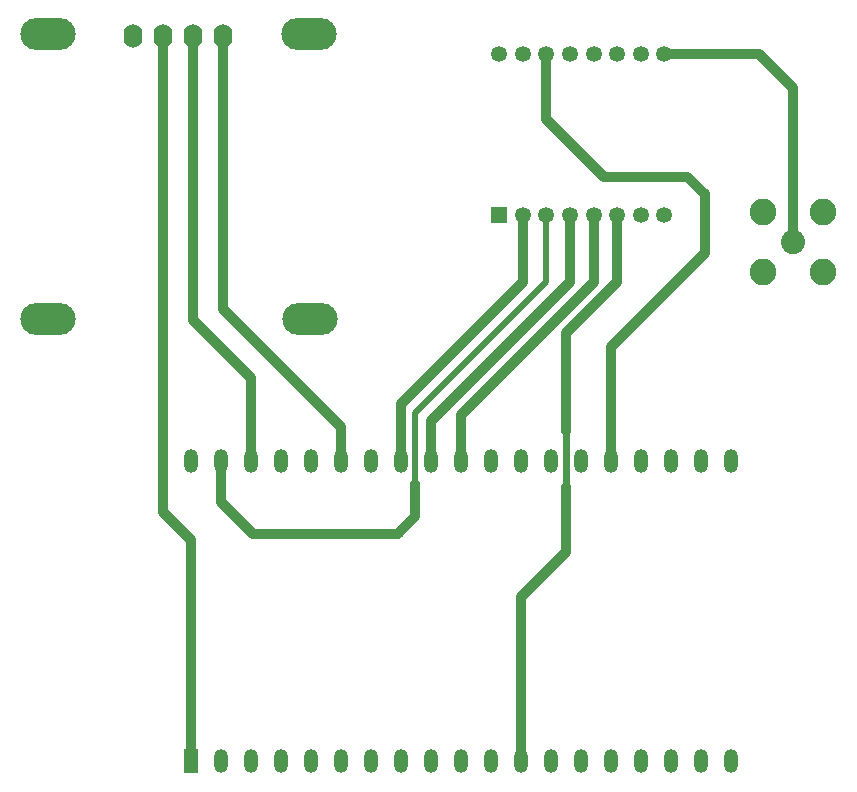
<source format=gbr>
%TF.GenerationSoftware,KiCad,Pcbnew,6.0.7+dfsg-1build1*%
%TF.CreationDate,2023-02-23T20:09:55+01:00*%
%TF.ProjectId,mqtt_bridge,6d717474-5f62-4726-9964-67652e6b6963,rev?*%
%TF.SameCoordinates,Original*%
%TF.FileFunction,Copper,L2,Bot*%
%TF.FilePolarity,Positive*%
%FSLAX46Y46*%
G04 Gerber Fmt 4.6, Leading zero omitted, Abs format (unit mm)*
G04 Created by KiCad (PCBNEW 6.0.7+dfsg-1build1) date 2023-02-23 20:09:55*
%MOMM*%
%LPD*%
G01*
G04 APERTURE LIST*
%TA.AperFunction,ComponentPad*%
%ADD10O,1.600000X2.000000*%
%TD*%
%TA.AperFunction,ComponentPad*%
%ADD11O,4.680000X2.690000*%
%TD*%
%TA.AperFunction,ComponentPad*%
%ADD12C,2.050000*%
%TD*%
%TA.AperFunction,ComponentPad*%
%ADD13C,2.250000*%
%TD*%
%TA.AperFunction,ComponentPad*%
%ADD14R,1.200000X2.000000*%
%TD*%
%TA.AperFunction,ComponentPad*%
%ADD15O,1.200000X2.000000*%
%TD*%
%TA.AperFunction,ComponentPad*%
%ADD16R,1.350000X1.350000*%
%TD*%
%TA.AperFunction,ComponentPad*%
%ADD17C,1.350000*%
%TD*%
%TA.AperFunction,Conductor*%
%ADD18C,0.812800*%
%TD*%
%TA.AperFunction,Conductor*%
%ADD19C,0.508000*%
%TD*%
%TA.AperFunction,Conductor*%
%ADD20C,0.609600*%
%TD*%
G04 APERTURE END LIST*
D10*
%TO.P,Display,4,SDA*%
%TO.N,SDA*%
X98200000Y-29550000D03*
%TO.P,Display,3,SCL*%
%TO.N,SCL*%
X95660000Y-29550000D03*
%TO.P,Display,2,VCC*%
%TO.N,+3.3V*%
X93120000Y-29550000D03*
%TO.P,Display,1,GND*%
%TO.N,GND*%
X90580000Y-29550000D03*
D11*
%TO.P,Display,*%
%TO.N,*%
X83400000Y-29450000D03*
X83400000Y-53550000D03*
X105600000Y-53550000D03*
X105500000Y-29450000D03*
%TD*%
D12*
%TO.P,ANT,1,In*%
%TO.N,Net-(J1-Pad1)*%
X146500000Y-47000000D03*
D13*
%TO.P,ANT,2,Ext*%
%TO.N,GND*%
X143960000Y-44460000D03*
X149040000Y-44460000D03*
X149040000Y-49540000D03*
X143960000Y-49540000D03*
%TD*%
D14*
%TO.P,U2,1,3V3*%
%TO.N,+3.3V*%
X95500000Y-91000000D03*
D15*
%TO.P,U2,2,CHIP_PU*%
%TO.N,unconnected-(U2-Pad2)*%
X98040000Y-91000000D03*
%TO.P,U2,3,SENSOR_VP/GPIO36/ADC1_CH0*%
%TO.N,unconnected-(U2-Pad3)*%
X100580000Y-91000000D03*
%TO.P,U2,4,SENSOR_VN/GPIO39/ADC1_CH3*%
%TO.N,unconnected-(U2-Pad4)*%
X103120000Y-91000000D03*
%TO.P,U2,5,VDET_1/GPIO34/ADC1_CH6*%
%TO.N,unconnected-(U2-Pad5)*%
X105660000Y-91000000D03*
%TO.P,U2,6,VDET_2/GPIO35/ADC1_CH7*%
%TO.N,unconnected-(U2-Pad6)*%
X108200000Y-91000000D03*
%TO.P,U2,7,32K_XP/GPIO32/ADC1_CH4*%
%TO.N,unconnected-(U2-Pad7)*%
X110740000Y-91000000D03*
%TO.P,U2,8,32K_XN/GPIO33/ADC1_CH5*%
%TO.N,unconnected-(U2-Pad8)*%
X113280000Y-91000000D03*
%TO.P,U2,9,DAC_1/ADC2_CH8/GPIO25*%
%TO.N,unconnected-(U2-Pad9)*%
X115820000Y-91000000D03*
%TO.P,U2,10,DAC_2/ADC2_CH9/GPIO26*%
%TO.N,unconnected-(U2-Pad10)*%
X118360000Y-91000000D03*
%TO.P,U2,11,ADC2_CH7/GPIO27*%
%TO.N,unconnected-(U2-Pad11)*%
X120900000Y-91000000D03*
%TO.P,U2,12,MTMS/GPIO14/ADC2_CH6*%
%TO.N,Net-(U1-Pad6)*%
X123440000Y-91000000D03*
%TO.P,U2,13,\u002AMTDI/GPIO12/ADC2_CH5*%
%TO.N,unconnected-(U2-Pad13)*%
X125980000Y-91000000D03*
%TO.P,U2,14,GND*%
%TO.N,GND*%
X128520000Y-91000000D03*
%TO.P,U2,15,MTCK/GPIO13/ADC2_CH4*%
%TO.N,unconnected-(U2-Pad15)*%
X131060000Y-91000000D03*
%TO.P,U2,16,SD_DATA2/GPIO9*%
%TO.N,unconnected-(U2-Pad16)*%
X133600000Y-91000000D03*
%TO.P,U2,17,SD_DATA3/GPIO10*%
%TO.N,unconnected-(U2-Pad17)*%
X136140000Y-91000000D03*
%TO.P,U2,18,CMD*%
%TO.N,unconnected-(U2-Pad18)*%
X138680000Y-91000000D03*
%TO.P,U2,19,5V*%
%TO.N,unconnected-(U2-Pad19)*%
X141220000Y-91000000D03*
%TO.P,U2,20,SD_CLK/GPIO6*%
%TO.N,unconnected-(U2-Pad20)*%
X141217280Y-65603680D03*
%TO.P,U2,21,SD_DATA0/GPIO7*%
%TO.N,unconnected-(U2-Pad21)*%
X138677280Y-65603680D03*
%TO.P,U2,22,SD_DATA1/GPIO8*%
%TO.N,unconnected-(U2-Pad22)*%
X136140000Y-65600000D03*
%TO.P,U2,23,\u002AMTDO/GPIO15/ADC2_CH3*%
%TO.N,unconnected-(U2-Pad23)*%
X133600000Y-65600000D03*
%TO.P,U2,24,ADC2_CH2/\u002AGPIO2*%
%TO.N,DI0*%
X131060000Y-65600000D03*
%TO.P,U2,25,\u002AGPIO0/BOOT/ADC2_CH1*%
%TO.N,unconnected-(U2-Pad25)*%
X128520000Y-65600000D03*
%TO.P,U2,26,ADC2_CH0/GPIO4*%
%TO.N,unconnected-(U2-Pad26)*%
X125980000Y-65600000D03*
%TO.P,U2,27,GPIO16*%
%TO.N,unconnected-(U2-Pad27)*%
X123440000Y-65600000D03*
%TO.P,U2,28,GPIO17*%
%TO.N,unconnected-(U2-Pad28)*%
X120900000Y-65600000D03*
%TO.P,U2,29,\u002AGPIO5*%
%TO.N,NSS*%
X118360000Y-65600000D03*
%TO.P,U2,30,GPIO18*%
%TO.N,CLK*%
X115820000Y-65600000D03*
%TO.P,U2,31,GPIO19*%
%TO.N,MISO*%
X113280000Y-65600000D03*
%TO.P,U2,32,GND*%
%TO.N,GND*%
X110740000Y-65600000D03*
%TO.P,U2,33,GPIO21*%
%TO.N,SDA*%
X108200000Y-65600000D03*
%TO.P,U2,34,U0RXD/GPIO3*%
%TO.N,unconnected-(U2-Pad34)*%
X105660000Y-65600000D03*
%TO.P,U2,35,U0TXD/GPIO1*%
%TO.N,unconnected-(U2-Pad35)*%
X103120000Y-65600000D03*
%TO.P,U2,36,GPIO22*%
%TO.N,SCL*%
X100580000Y-65600000D03*
%TO.P,U2,37,GPIO23*%
%TO.N,MOSI*%
X98040000Y-65600000D03*
%TO.P,U2,38,GND*%
%TO.N,GND*%
X95500000Y-65600000D03*
%TD*%
D16*
%TO.P,U1,1,GND*%
%TO.N,GND*%
X121592500Y-44707500D03*
D17*
%TO.P,U1,2,MISO*%
%TO.N,MISO*%
X123592500Y-44707500D03*
%TO.P,U1,3,MOSI*%
%TO.N,MOSI*%
X125592500Y-44707500D03*
%TO.P,U1,4,SCK*%
%TO.N,CLK*%
X127592500Y-44707500D03*
%TO.P,U1,5,NSS*%
%TO.N,NSS*%
X129592500Y-44707500D03*
%TO.P,U1,6,RESET*%
%TO.N,Net-(U1-Pad6)*%
X131592500Y-44707500D03*
%TO.P,U1,7,DIO5*%
%TO.N,unconnected-(U1-Pad7)*%
X133592500Y-44707500D03*
%TO.P,U1,8,GND*%
%TO.N,GND*%
X135592500Y-44707500D03*
%TO.P,U1,9,ANT*%
%TO.N,Net-(J1-Pad1)*%
X135592500Y-31107500D03*
%TO.P,U1,10,GND*%
%TO.N,GND*%
X133592500Y-31107500D03*
%TO.P,U1,11,DIO3*%
%TO.N,unconnected-(U1-Pad11)*%
X131592500Y-31107500D03*
%TO.P,U1,12,DIO4*%
%TO.N,unconnected-(U1-Pad12)*%
X129592500Y-31107500D03*
%TO.P,U1,13,3.3V*%
%TO.N,+3.3V*%
X127592500Y-31107500D03*
%TO.P,U1,14,DIO0*%
%TO.N,DI0*%
X125592500Y-31107500D03*
%TO.P,U1,15,DIO1*%
%TO.N,unconnected-(U1-Pad15)*%
X123592500Y-31107500D03*
%TO.P,U1,16,DIO2*%
%TO.N,unconnected-(U1-Pad16)*%
X121592500Y-31107500D03*
%TD*%
D18*
%TO.N,+3.3V*%
X93120000Y-29550000D02*
X93120000Y-69870000D01*
X95500000Y-72250000D02*
X93120000Y-69870000D01*
X95500000Y-91000000D02*
X95500000Y-72250000D01*
%TO.N,MISO*%
X113280000Y-60720000D02*
X113280000Y-65600000D01*
X123592500Y-50407500D02*
X113280000Y-60720000D01*
X123592500Y-44707500D02*
X123592500Y-50407500D01*
%TO.N,MOSI*%
X98040000Y-65600000D02*
X98040000Y-69040000D01*
X114500000Y-70250000D02*
X114500000Y-67500000D01*
D19*
X125592500Y-44707500D02*
X125592500Y-50407500D01*
D18*
X98040000Y-69040000D02*
X100750000Y-71750000D01*
X100750000Y-71750000D02*
X113000000Y-71750000D01*
D19*
X114500000Y-61500000D02*
X115500000Y-60500000D01*
D18*
X113000000Y-71750000D02*
X114500000Y-70250000D01*
D19*
X125592500Y-50407500D02*
X115500000Y-60500000D01*
X114500000Y-67500000D02*
X114500000Y-61500000D01*
D18*
%TO.N,CLK*%
X127592500Y-44707500D02*
X127592500Y-50407500D01*
X115820000Y-62180000D02*
X115820000Y-65600000D01*
X127592500Y-50407500D02*
X115820000Y-62180000D01*
%TO.N,NSS*%
X118360000Y-65600000D02*
X118360000Y-61640000D01*
X129592500Y-50407500D02*
X129592500Y-44707500D01*
X118360000Y-61640000D02*
X129592500Y-50407500D01*
%TO.N,DI0*%
X131060000Y-55940000D02*
X131060000Y-65600000D01*
X125592500Y-31107500D02*
X125592500Y-36592500D01*
X137500000Y-41500000D02*
X139000000Y-43000000D01*
X130500000Y-41500000D02*
X137500000Y-41500000D01*
X125592500Y-36592500D02*
X130500000Y-41500000D01*
X139000000Y-48000000D02*
X131060000Y-55940000D01*
X139000000Y-43000000D02*
X139000000Y-48000000D01*
%TO.N,SDA*%
X98200000Y-52700000D02*
X98200000Y-29550000D01*
X108200000Y-62700000D02*
X98200000Y-52700000D01*
X108200000Y-65600000D02*
X108200000Y-62700000D01*
%TO.N,SCL*%
X100580000Y-65600000D02*
X100580000Y-58580000D01*
X100580000Y-58580000D02*
X95660000Y-53660000D01*
X95660000Y-53660000D02*
X95660000Y-29550000D01*
%TO.N,Net-(U1-Pad6)*%
X127250000Y-67750000D02*
X127250000Y-73250000D01*
X123440000Y-77060000D02*
X127250000Y-73250000D01*
X131592500Y-50407500D02*
X131592500Y-44707500D01*
X127250000Y-63000000D02*
X127250000Y-54750000D01*
X123440000Y-91000000D02*
X123440000Y-77060000D01*
X127250000Y-54750000D02*
X131592500Y-50407500D01*
D20*
X127250000Y-63000000D02*
X127250000Y-67750000D01*
D18*
%TO.N,Net-(J1-Pad1)*%
X135592500Y-31107500D02*
X143607500Y-31107500D01*
X143607500Y-31107500D02*
X146500000Y-34000000D01*
X146500000Y-34000000D02*
X146500000Y-47000000D01*
%TD*%
M02*

</source>
